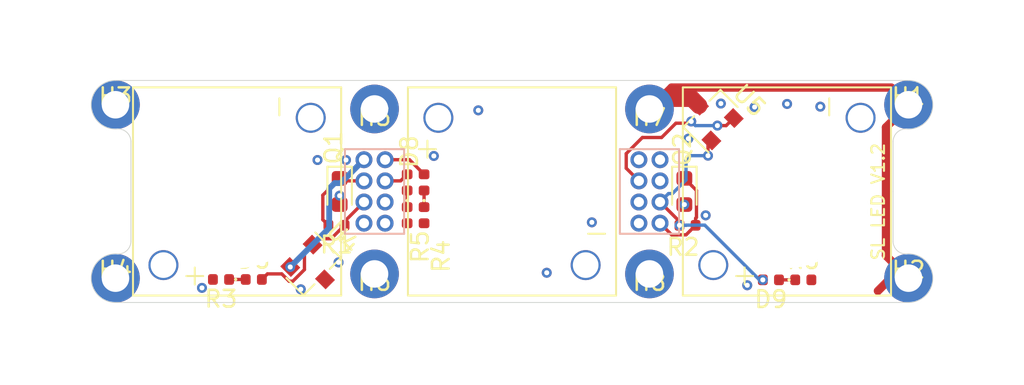
<source format=kicad_pcb>
(kicad_pcb (version 20171130) (host pcbnew "(5.1.4)-1")

  (general
    (thickness 1.6)
    (drawings 15)
    (tracks 109)
    (zones 0)
    (modules 27)
    (nets 17)
  )

  (page A4)
  (layers
    (0 F.Cu signal)
    (31 B.Cu signal)
    (32 B.Adhes user)
    (33 F.Adhes user)
    (34 B.Paste user)
    (35 F.Paste user)
    (36 B.SilkS user)
    (37 F.SilkS user)
    (38 B.Mask user)
    (39 F.Mask user)
    (40 Dwgs.User user)
    (41 Cmts.User user)
    (42 Eco1.User user)
    (43 Eco2.User user)
    (44 Edge.Cuts user)
    (45 Margin user)
    (46 B.CrtYd user)
    (47 F.CrtYd user)
    (48 B.Fab user)
    (49 F.Fab user)
  )

  (setup
    (last_trace_width 0.1524)
    (user_trace_width 0.2)
    (user_trace_width 0.35)
    (user_trace_width 0.5)
    (user_trace_width 0.7)
    (user_trace_width 1)
    (trace_clearance 0.1524)
    (zone_clearance 0.1524)
    (zone_45_only no)
    (trace_min 0.1524)
    (via_size 0.6)
    (via_drill 0.3)
    (via_min_size 0.6)
    (via_min_drill 0.3)
    (uvia_size 0.3)
    (uvia_drill 0.1)
    (uvias_allowed no)
    (uvia_min_size 0.2)
    (uvia_min_drill 0.1)
    (edge_width 0.05)
    (segment_width 0.2)
    (pcb_text_width 0.3)
    (pcb_text_size 1.5 1.5)
    (mod_edge_width 0.12)
    (mod_text_size 1 1)
    (mod_text_width 0.15)
    (pad_size 1.524 1.524)
    (pad_drill 0.762)
    (pad_to_mask_clearance 0.051)
    (solder_mask_min_width 0.25)
    (aux_axis_origin 0 0)
    (visible_elements 7FFFFFFF)
    (pcbplotparams
      (layerselection 0x010fc_ffffffff)
      (usegerberextensions false)
      (usegerberattributes false)
      (usegerberadvancedattributes false)
      (creategerberjobfile false)
      (excludeedgelayer true)
      (linewidth 0.100000)
      (plotframeref false)
      (viasonmask false)
      (mode 1)
      (useauxorigin false)
      (hpglpennumber 1)
      (hpglpenspeed 20)
      (hpglpendiameter 15.000000)
      (psnegative false)
      (psa4output false)
      (plotreference true)
      (plotvalue true)
      (plotinvisibletext false)
      (padsonsilk false)
      (subtractmaskfromsilk false)
      (outputformat 1)
      (mirror false)
      (drillshape 0)
      (scaleselection 1)
      (outputdirectory "SkateLightLEDBoard1.2/"))
  )

  (net 0 "")
  (net 1 LightSense1)
  (net 2 LightSense2)
  (net 3 GND)
  (net 4 3V3_1)
  (net 5 3V3_2)
  (net 6 Temp1)
  (net 7 Temp2)
  (net 8 LED+)
  (net 9 "Net-(D3-Pad1)")
  (net 10 "Net-(D4-Pad1)")
  (net 11 LED_Sign_2)
  (net 12 LED_Sign_1)
  (net 13 "Net-(D6-Pad1)")
  (net 14 "Net-(D7-Pad1)")
  (net 15 "Net-(D8-Pad1)")
  (net 16 "Net-(D9-Pad1)")

  (net_class Default "This is the default net class."
    (clearance 0.1524)
    (trace_width 0.1524)
    (via_dia 0.6)
    (via_drill 0.3)
    (uvia_dia 0.3)
    (uvia_drill 0.1)
    (add_net 3V3_1)
    (add_net 3V3_2)
    (add_net GND)
    (add_net LED+)
    (add_net LED_Sign_1)
    (add_net LED_Sign_2)
    (add_net LightSense1)
    (add_net LightSense2)
    (add_net "Net-(D3-Pad1)")
    (add_net "Net-(D4-Pad1)")
    (add_net "Net-(D6-Pad1)")
    (add_net "Net-(D7-Pad1)")
    (add_net "Net-(D8-Pad1)")
    (add_net "Net-(D9-Pad1)")
    (add_net Temp1)
    (add_net Temp2)
  )

  (module LolomoloKiCADLib:Conn_2x4_0.05in (layer B.Cu) (tedit 5DB23ACC) (tstamp 5DB330C1)
    (at 8.89 -1.905 180)
    (path /5DE8A9BC)
    (fp_text reference J2 (at 0.6604 1.524 180) (layer B.SilkS) hide
      (effects (font (size 1 1) (thickness 0.15)) (justify mirror))
    )
    (fp_text value Conn_02x04_Odd_Even (at 0 0.5 180) (layer B.Fab)
      (effects (font (size 1 1) (thickness 0.15)) (justify mirror))
    )
    (fp_line (start -1.143 -4.445) (end -1.143 0.635) (layer B.SilkS) (width 0.12))
    (fp_line (start 2.413 -4.445) (end -1.143 -4.445) (layer B.SilkS) (width 0.12))
    (fp_line (start 2.413 0.635) (end 2.413 -4.445) (layer B.SilkS) (width 0.12))
    (fp_line (start -1.143 0.635) (end 2.413 0.635) (layer B.SilkS) (width 0.12))
    (pad 8 thru_hole circle (at 1.27 -3.81 180) (size 1.016 1.016) (drill 0.6096) (layers *.Cu *.Mask))
    (pad 7 thru_hole circle (at 0 -3.81 180) (size 1.016 1.016) (drill 0.6096) (layers *.Cu *.Mask)
      (net 2 LightSense2))
    (pad 6 thru_hole circle (at 1.27 -2.54 180) (size 1.016 1.016) (drill 0.6096) (layers *.Cu *.Mask))
    (pad 5 thru_hole circle (at 0 -2.54 180) (size 1.016 1.016) (drill 0.6096) (layers *.Cu *.Mask)
      (net 5 3V3_2))
    (pad 4 thru_hole circle (at 1.27 -1.27 180) (size 1.016 1.016) (drill 0.6096) (layers *.Cu *.Mask)
      (net 7 Temp2))
    (pad 3 thru_hole circle (at 0 -1.27 180) (size 1.016 1.016) (drill 0.6096) (layers *.Cu *.Mask)
      (net 8 LED+))
    (pad 2 thru_hole circle (at 1.27 0 180) (size 1.016 1.016) (drill 0.6096) (layers *.Cu *.Mask)
      (net 8 LED+))
    (pad 1 thru_hole circle (at 0 0 180) (size 1.016 1.016) (drill 0.6096) (layers *.Cu *.Mask)
      (net 8 LED+))
  )

  (module LolomoloKiCADLib:MH_0-80_Screw_Grounded (layer F.Cu) (tedit 5DB23F78) (tstamp 5DB3D970)
    (at 8.255 4.953)
    (path /5DB3FDBA)
    (fp_text reference H8 (at 0 0.5) (layer F.SilkS)
      (effects (font (size 1 1) (thickness 0.15)))
    )
    (fp_text value MountingHole_Pad (at 0 -0.5) (layer F.Fab)
      (effects (font (size 1 1) (thickness 0.15)))
    )
    (pad 1 thru_hole circle (at 0 0) (size 2.921 2.921) (drill 1.651) (layers *.Cu *.Mask))
  )

  (module LolomoloKiCADLib:MH_0-80_Screw_Grounded (layer F.Cu) (tedit 5DB23F78) (tstamp 5DB3D96B)
    (at 8.255 -4.953)
    (path /5DB3FDA0)
    (fp_text reference H7 (at 0 0.5) (layer F.SilkS)
      (effects (font (size 1 1) (thickness 0.15)))
    )
    (fp_text value MountingHole_Pad (at 0 -0.5) (layer F.Fab)
      (effects (font (size 1 1) (thickness 0.15)))
    )
    (pad 1 thru_hole circle (at 0 0) (size 2.921 2.921) (drill 1.651) (layers *.Cu *.Mask)
      (net 3 GND))
  )

  (module LolomoloKiCADLib:MH_0-80_Screw_Grounded (layer F.Cu) (tedit 5DB23F78) (tstamp 5DB3D966)
    (at -8.255 4.953)
    (path /5DB3FDAD)
    (fp_text reference H6 (at 0 0.5) (layer F.SilkS)
      (effects (font (size 1 1) (thickness 0.15)))
    )
    (fp_text value MountingHole_Pad (at 0 -0.5) (layer F.Fab)
      (effects (font (size 1 1) (thickness 0.15)))
    )
    (pad 1 thru_hole circle (at 0 0) (size 2.921 2.921) (drill 1.651) (layers *.Cu *.Mask)
      (net 3 GND))
  )

  (module LolomoloKiCADLib:MH_0-80_Screw_Grounded (layer F.Cu) (tedit 5DB23F78) (tstamp 5DB3D961)
    (at -8.255 -4.953)
    (path /5DB3FD93)
    (fp_text reference H5 (at 0 0.5) (layer F.SilkS)
      (effects (font (size 1 1) (thickness 0.15)))
    )
    (fp_text value MountingHole_Pad (at 0 -0.5) (layer F.Fab)
      (effects (font (size 1 1) (thickness 0.15)))
    )
    (pad 1 thru_hole circle (at 0 0) (size 2.921 2.921) (drill 1.651) (layers *.Cu *.Mask))
  )

  (module LolomoloKiCADLib:Conn_2x4_0.05in (layer B.Cu) (tedit 5DB23ACC) (tstamp 5DB3376C)
    (at -7.62 -1.905 180)
    (path /5DE89DA5)
    (fp_text reference J1 (at 0.6604 1.524) (layer B.SilkS) hide
      (effects (font (size 1 1) (thickness 0.15)) (justify mirror))
    )
    (fp_text value Conn_02x04_Odd_Even (at 0 0.5) (layer B.Fab)
      (effects (font (size 1 1) (thickness 0.15)) (justify mirror))
    )
    (fp_line (start -1.143 -4.445) (end -1.143 0.635) (layer B.SilkS) (width 0.12))
    (fp_line (start 2.413 -4.445) (end -1.143 -4.445) (layer B.SilkS) (width 0.12))
    (fp_line (start 2.413 0.635) (end 2.413 -4.445) (layer B.SilkS) (width 0.12))
    (fp_line (start -1.143 0.635) (end 2.413 0.635) (layer B.SilkS) (width 0.12))
    (pad 8 thru_hole circle (at 1.27 -3.81 180) (size 1.016 1.016) (drill 0.6096) (layers *.Cu *.Mask)
      (net 3 GND))
    (pad 7 thru_hole circle (at 0 -3.81 180) (size 1.016 1.016) (drill 0.6096) (layers *.Cu *.Mask)
      (net 3 GND))
    (pad 6 thru_hole circle (at 1.27 -2.54 180) (size 1.016 1.016) (drill 0.6096) (layers *.Cu *.Mask)
      (net 4 3V3_1))
    (pad 5 thru_hole circle (at 0 -2.54 180) (size 1.016 1.016) (drill 0.6096) (layers *.Cu *.Mask)
      (net 3 GND))
    (pad 4 thru_hole circle (at 1.27 -1.27 180) (size 1.016 1.016) (drill 0.6096) (layers *.Cu *.Mask)
      (net 1 LightSense1))
    (pad 3 thru_hole circle (at 0 -1.27 180) (size 1.016 1.016) (drill 0.6096) (layers *.Cu *.Mask)
      (net 11 LED_Sign_2))
    (pad 2 thru_hole circle (at 1.27 0 180) (size 1.016 1.016) (drill 0.6096) (layers *.Cu *.Mask)
      (net 6 Temp1))
    (pad 1 thru_hole circle (at 0 0 180) (size 1.016 1.016) (drill 0.6096) (layers *.Cu *.Mask)
      (net 12 LED_Sign_1))
  )

  (module LolomoloKiCADLib:MH_0-80_Screw_Grounded (layer F.Cu) (tedit 5DB23F78) (tstamp 5DB33092)
    (at 23.8125 -5.207 180)
    (path /5DEAD1D5)
    (fp_text reference H1 (at 0 0.5) (layer F.SilkS)
      (effects (font (size 1 1) (thickness 0.15)))
    )
    (fp_text value MountingHole_Pad (at 0 -0.5) (layer F.Fab)
      (effects (font (size 1 1) (thickness 0.15)))
    )
    (pad 1 thru_hole circle (at 0 0 180) (size 2.921 2.921) (drill 1.651) (layers *.Cu *.Mask)
      (net 3 GND))
  )

  (module LolomoloKiCADLib:MH_0-80_Screw_Grounded (layer F.Cu) (tedit 5DB23F78) (tstamp 5DB33097)
    (at 23.8125 5.207 180)
    (path /5DEB2AF6)
    (fp_text reference H2 (at 0 0.5) (layer F.SilkS)
      (effects (font (size 1 1) (thickness 0.15)))
    )
    (fp_text value MountingHole_Pad (at 0 -0.5) (layer F.Fab)
      (effects (font (size 1 1) (thickness 0.15)))
    )
    (pad 1 thru_hole circle (at 0 0 180) (size 2.921 2.921) (drill 1.651) (layers *.Cu *.Mask)
      (net 3 GND))
  )

  (module LolomoloKiCADLib:MH_0-80_Screw_Grounded (layer F.Cu) (tedit 5DB23F78) (tstamp 5DB3309C)
    (at -23.8125 -5.207 180)
    (path /5DEB13FB)
    (fp_text reference H3 (at 0 0.5) (layer F.SilkS)
      (effects (font (size 1 1) (thickness 0.15)))
    )
    (fp_text value MountingHole_Pad (at 0 -0.5) (layer F.Fab)
      (effects (font (size 1 1) (thickness 0.15)))
    )
    (pad 1 thru_hole circle (at 0 0 180) (size 2.921 2.921) (drill 1.651) (layers *.Cu *.Mask)
      (net 3 GND))
  )

  (module LolomoloKiCADLib:MH_0-80_Screw_Grounded (layer F.Cu) (tedit 5DB23F78) (tstamp 5DB330A1)
    (at -23.8125 5.207 180)
    (path /5DEB431C)
    (fp_text reference H4 (at 0 0.5) (layer F.SilkS)
      (effects (font (size 1 1) (thickness 0.15)))
    )
    (fp_text value MountingHole_Pad (at 0 -0.5) (layer F.Fab)
      (effects (font (size 1 1) (thickness 0.15)))
    )
    (pad 1 thru_hole circle (at 0 0 180) (size 2.921 2.921) (drill 1.651) (layers *.Cu *.Mask)
      (net 3 GND))
  )

  (module Package_TO_SOT_SMD:SOT-23 (layer F.Cu) (tedit 5A02FF57) (tstamp 5DCE7B2B)
    (at -11.938 4.572 315)
    (descr "SOT-23, Standard")
    (tags SOT-23)
    (path /5DCE3E90)
    (attr smd)
    (fp_text reference U4 (at 0 -2.5 135) (layer F.SilkS)
      (effects (font (size 1 1) (thickness 0.15)))
    )
    (fp_text value MCP9700AT-E_TT (at 0 2.5 135) (layer F.Fab)
      (effects (font (size 1 1) (thickness 0.15)))
    )
    (fp_line (start 0.76 1.58) (end -0.7 1.58) (layer F.SilkS) (width 0.12))
    (fp_line (start 0.76 -1.58) (end -1.4 -1.58) (layer F.SilkS) (width 0.12))
    (fp_line (start -1.7 1.75) (end -1.7 -1.75) (layer F.CrtYd) (width 0.05))
    (fp_line (start 1.7 1.75) (end -1.7 1.75) (layer F.CrtYd) (width 0.05))
    (fp_line (start 1.7 -1.75) (end 1.7 1.75) (layer F.CrtYd) (width 0.05))
    (fp_line (start -1.7 -1.75) (end 1.7 -1.75) (layer F.CrtYd) (width 0.05))
    (fp_line (start 0.76 -1.58) (end 0.76 -0.65) (layer F.SilkS) (width 0.12))
    (fp_line (start 0.76 1.58) (end 0.76 0.65) (layer F.SilkS) (width 0.12))
    (fp_line (start -0.7 1.52) (end 0.7 1.52) (layer F.Fab) (width 0.1))
    (fp_line (start 0.7 -1.52) (end 0.7 1.52) (layer F.Fab) (width 0.1))
    (fp_line (start -0.7 -0.95) (end -0.15 -1.52) (layer F.Fab) (width 0.1))
    (fp_line (start -0.15 -1.52) (end 0.7 -1.52) (layer F.Fab) (width 0.1))
    (fp_line (start -0.7 -0.95) (end -0.7 1.5) (layer F.Fab) (width 0.1))
    (fp_text user %R (at 0 0 45) (layer F.Fab)
      (effects (font (size 0.5 0.5) (thickness 0.075)))
    )
    (pad 3 smd rect (at 1 0 315) (size 0.9 0.8) (layers F.Cu F.Paste F.Mask)
      (net 3 GND))
    (pad 2 smd rect (at -1 0.95 315) (size 0.9 0.8) (layers F.Cu F.Paste F.Mask)
      (net 6 Temp1))
    (pad 1 smd rect (at -1 -0.95 315) (size 0.9 0.8) (layers F.Cu F.Paste F.Mask)
      (net 4 3V3_1))
    (model ${KISYS3DMOD}/Package_TO_SOT_SMD.3dshapes/SOT-23.wrl
      (at (xyz 0 0 0))
      (scale (xyz 1 1 1))
      (rotate (xyz 0 0 0))
    )
  )

  (module Package_TO_SOT_SMD:SOT-23 (layer F.Cu) (tedit 5A02FF57) (tstamp 5E006F93)
    (at 11.938 -4.445 135)
    (descr "SOT-23, Standard")
    (tags SOT-23)
    (path /5DCE44AB)
    (attr smd)
    (fp_text reference U5 (at -0.924966 2.361807 135) (layer F.SilkS)
      (effects (font (size 1 1) (thickness 0.15)))
    )
    (fp_text value MCP9700AT-E_TT (at 0 2.5 135) (layer F.Fab)
      (effects (font (size 1 1) (thickness 0.15)))
    )
    (fp_line (start 0.76 1.58) (end -0.7 1.58) (layer F.SilkS) (width 0.12))
    (fp_line (start 0.76 -1.58) (end -1.4 -1.58) (layer F.SilkS) (width 0.12))
    (fp_line (start -1.7 1.75) (end -1.7 -1.75) (layer F.CrtYd) (width 0.05))
    (fp_line (start 1.7 1.75) (end -1.7 1.75) (layer F.CrtYd) (width 0.05))
    (fp_line (start 1.7 -1.75) (end 1.7 1.75) (layer F.CrtYd) (width 0.05))
    (fp_line (start -1.7 -1.75) (end 1.7 -1.75) (layer F.CrtYd) (width 0.05))
    (fp_line (start 0.76 -1.58) (end 0.76 -0.65) (layer F.SilkS) (width 0.12))
    (fp_line (start 0.76 1.58) (end 0.76 0.65) (layer F.SilkS) (width 0.12))
    (fp_line (start -0.7 1.52) (end 0.7 1.52) (layer F.Fab) (width 0.1))
    (fp_line (start 0.7 -1.52) (end 0.7 1.52) (layer F.Fab) (width 0.1))
    (fp_line (start -0.7 -0.95) (end -0.15 -1.52) (layer F.Fab) (width 0.1))
    (fp_line (start -0.15 -1.52) (end 0.7 -1.52) (layer F.Fab) (width 0.1))
    (fp_line (start -0.7 -0.95) (end -0.7 1.5) (layer F.Fab) (width 0.1))
    (fp_text user %R (at 0 0 45) (layer F.Fab)
      (effects (font (size 0.5 0.5) (thickness 0.075)))
    )
    (pad 3 smd rect (at 1 0 135) (size 0.9 0.8) (layers F.Cu F.Paste F.Mask)
      (net 3 GND))
    (pad 2 smd rect (at -1 0.95 135) (size 0.9 0.8) (layers F.Cu F.Paste F.Mask)
      (net 7 Temp2))
    (pad 1 smd rect (at -1 -0.95 135) (size 0.9 0.8) (layers F.Cu F.Paste F.Mask)
      (net 5 3V3_2))
    (model ${KISYS3DMOD}/Package_TO_SOT_SMD.3dshapes/SOT-23.wrl
      (at (xyz 0 0 0))
      (scale (xyz 1 1 1))
      (rotate (xyz 0 0 0))
    )
  )

  (module LolomoloKiCADLib:BXRE-40E0800-D-73 (layer F.Cu) (tedit 5E006F58) (tstamp 5DCE854B)
    (at 16.51 0 90)
    (path /5DCF6E75)
    (fp_text reference D3 (at 0 0.5 90) (layer F.SilkS)
      (effects (font (size 1 1) (thickness 0.15)))
    )
    (fp_text value LED (at 0 -0.5 90) (layer F.Fab)
      (effects (font (size 1 1) (thickness 0.15)))
    )
    (fp_line (start 4.572 2.54) (end 5.588 2.54) (layer F.SilkS) (width 0.12))
    (fp_line (start -5.588 -2.54) (end -4.572 -2.54) (layer F.SilkS) (width 0.12))
    (fp_line (start -5.08 -3.048) (end -5.08 -2.032) (layer F.SilkS) (width 0.12))
    (fp_line (start 6.25 -6.25) (end 6.25 6.25) (layer F.SilkS) (width 0.12))
    (fp_line (start 6.25 6.25) (end -6.25 6.25) (layer F.SilkS) (width 0.12))
    (fp_line (start -6.25 6.25) (end -6.25 -6.25) (layer F.SilkS) (width 0.12))
    (fp_line (start -6.25 -6.25) (end 6.25 -6.25) (layer F.SilkS) (width 0.12))
    (pad "" np_thru_hole circle (at 0 0 90) (size 9.2 9.2) (drill 9.2) (layers *.Cu *.Mask))
    (pad 2 thru_hole circle (at 4.423 4.423 270) (size 1.8 1.8) (drill 1.54) (layers *.Cu *.Mask)
      (net 8 LED+))
    (pad 1 thru_hole circle (at -4.423 -4.423 90) (size 1.8 1.8) (drill 1.54) (layers *.Cu *.Mask)
      (net 9 "Net-(D3-Pad1)"))
  )

  (module LolomoloKiCADLib:BXRE-40E0800-D-73 (layer F.Cu) (tedit 5E006F58) (tstamp 5DCE855C)
    (at 0 0)
    (path /5DCF77FC)
    (fp_text reference D4 (at 0 0.5) (layer F.SilkS)
      (effects (font (size 1 1) (thickness 0.15)))
    )
    (fp_text value LED (at 0 -0.5) (layer F.Fab)
      (effects (font (size 1 1) (thickness 0.15)))
    )
    (fp_line (start 4.572 2.54) (end 5.588 2.54) (layer F.SilkS) (width 0.12))
    (fp_line (start -5.588 -2.54) (end -4.572 -2.54) (layer F.SilkS) (width 0.12))
    (fp_line (start -5.08 -3.048) (end -5.08 -2.032) (layer F.SilkS) (width 0.12))
    (fp_line (start 6.25 -6.25) (end 6.25 6.25) (layer F.SilkS) (width 0.12))
    (fp_line (start 6.25 6.25) (end -6.25 6.25) (layer F.SilkS) (width 0.12))
    (fp_line (start -6.25 6.25) (end -6.25 -6.25) (layer F.SilkS) (width 0.12))
    (fp_line (start -6.25 -6.25) (end 6.25 -6.25) (layer F.SilkS) (width 0.12))
    (pad "" np_thru_hole circle (at 0 0) (size 9.2 9.2) (drill 9.2) (layers *.Cu *.Mask))
    (pad 2 thru_hole circle (at 4.423 4.423 180) (size 1.8 1.8) (drill 1.54) (layers *.Cu *.Mask)
      (net 9 "Net-(D3-Pad1)"))
    (pad 1 thru_hole circle (at -4.423 -4.423) (size 1.8 1.8) (drill 1.54) (layers *.Cu *.Mask)
      (net 10 "Net-(D4-Pad1)"))
  )

  (module LolomoloKiCADLib:BXRE-40E0800-D-73 (layer F.Cu) (tedit 5E006F58) (tstamp 5DCE856D)
    (at -16.51 0 90)
    (path /5DCF7D26)
    (fp_text reference D5 (at 0 0.5 90) (layer F.SilkS)
      (effects (font (size 1 1) (thickness 0.15)))
    )
    (fp_text value LED (at 0 -0.5 90) (layer F.Fab)
      (effects (font (size 1 1) (thickness 0.15)))
    )
    (fp_line (start 4.572 2.54) (end 5.588 2.54) (layer F.SilkS) (width 0.12))
    (fp_line (start -5.588 -2.54) (end -4.572 -2.54) (layer F.SilkS) (width 0.12))
    (fp_line (start -5.08 -3.048) (end -5.08 -2.032) (layer F.SilkS) (width 0.12))
    (fp_line (start 6.25 -6.25) (end 6.25 6.25) (layer F.SilkS) (width 0.12))
    (fp_line (start 6.25 6.25) (end -6.25 6.25) (layer F.SilkS) (width 0.12))
    (fp_line (start -6.25 6.25) (end -6.25 -6.25) (layer F.SilkS) (width 0.12))
    (fp_line (start -6.25 -6.25) (end 6.25 -6.25) (layer F.SilkS) (width 0.12))
    (pad "" np_thru_hole circle (at 0 0 90) (size 9.2 9.2) (drill 9.2) (layers *.Cu *.Mask))
    (pad 2 thru_hole circle (at 4.423 4.423 270) (size 1.8 1.8) (drill 1.54) (layers *.Cu *.Mask)
      (net 10 "Net-(D4-Pad1)"))
    (pad 1 thru_hole circle (at -4.423 -4.423 90) (size 1.8 1.8) (drill 1.54) (layers *.Cu *.Mask)
      (net 3 GND))
  )

  (module Diode_SMD:D_0402_1005Metric (layer F.Cu) (tedit 5B301BBE) (tstamp 5E013A3F)
    (at -15.5067 5.28574)
    (descr "Diode SMD 0402 (1005 Metric), square (rectangular) end terminal, IPC_7351 nominal, (Body size source: http://www.tortai-tech.com/upload/download/2011102023233369053.pdf), generated with kicad-footprint-generator")
    (tags diode)
    (path /5E075C5B)
    (attr smd)
    (fp_text reference D6 (at 0 -1.17) (layer F.SilkS)
      (effects (font (size 1 1) (thickness 0.15)))
    )
    (fp_text value LEDO (at 0 1.17) (layer F.Fab)
      (effects (font (size 1 1) (thickness 0.15)))
    )
    (fp_circle (center -1.09 0) (end -1.04 0) (layer F.SilkS) (width 0.1))
    (fp_line (start -0.5 0.25) (end -0.5 -0.25) (layer F.Fab) (width 0.1))
    (fp_line (start -0.5 -0.25) (end 0.5 -0.25) (layer F.Fab) (width 0.1))
    (fp_line (start 0.5 -0.25) (end 0.5 0.25) (layer F.Fab) (width 0.1))
    (fp_line (start 0.5 0.25) (end -0.5 0.25) (layer F.Fab) (width 0.1))
    (fp_line (start -0.4 0.25) (end -0.4 -0.25) (layer F.Fab) (width 0.1))
    (fp_line (start -0.3 0.25) (end -0.3 -0.25) (layer F.Fab) (width 0.1))
    (fp_line (start -0.93 0.47) (end -0.93 -0.47) (layer F.CrtYd) (width 0.05))
    (fp_line (start -0.93 -0.47) (end 0.93 -0.47) (layer F.CrtYd) (width 0.05))
    (fp_line (start 0.93 -0.47) (end 0.93 0.47) (layer F.CrtYd) (width 0.05))
    (fp_line (start 0.93 0.47) (end -0.93 0.47) (layer F.CrtYd) (width 0.05))
    (fp_text user %R (at 0 0) (layer F.Fab)
      (effects (font (size 0.25 0.25) (thickness 0.04)))
    )
    (pad 1 smd roundrect (at -0.485 0) (size 0.59 0.64) (layers F.Cu F.Paste F.Mask) (roundrect_rratio 0.25)
      (net 13 "Net-(D6-Pad1)"))
    (pad 2 smd roundrect (at 0.485 0) (size 0.59 0.64) (layers F.Cu F.Paste F.Mask) (roundrect_rratio 0.25)
      (net 4 3V3_1))
    (model ${KISYS3DMOD}/Diode_SMD.3dshapes/D_0402_1005Metric.wrl
      (at (xyz 0 0 0))
      (scale (xyz 1 1 1))
      (rotate (xyz 0 0 0))
    )
  )

  (module Diode_SMD:D_0402_1005Metric (layer F.Cu) (tedit 5B301BBE) (tstamp 5E013A51)
    (at -5.28066 -0.54356 90)
    (descr "Diode SMD 0402 (1005 Metric), square (rectangular) end terminal, IPC_7351 nominal, (Body size source: http://www.tortai-tech.com/upload/download/2011102023233369053.pdf), generated with kicad-footprint-generator")
    (tags diode)
    (path /5E06AE24)
    (attr smd)
    (fp_text reference D7 (at 1.74752 -0.39116 90) (layer F.SilkS) hide
      (effects (font (size 1 1) (thickness 0.15)))
    )
    (fp_text value LEDR (at 0 1.17 90) (layer F.Fab)
      (effects (font (size 1 1) (thickness 0.15)))
    )
    (fp_circle (center -1.09 0) (end -1.04 0) (layer F.SilkS) (width 0.1))
    (fp_line (start -0.5 0.25) (end -0.5 -0.25) (layer F.Fab) (width 0.1))
    (fp_line (start -0.5 -0.25) (end 0.5 -0.25) (layer F.Fab) (width 0.1))
    (fp_line (start 0.5 -0.25) (end 0.5 0.25) (layer F.Fab) (width 0.1))
    (fp_line (start 0.5 0.25) (end -0.5 0.25) (layer F.Fab) (width 0.1))
    (fp_line (start -0.4 0.25) (end -0.4 -0.25) (layer F.Fab) (width 0.1))
    (fp_line (start -0.3 0.25) (end -0.3 -0.25) (layer F.Fab) (width 0.1))
    (fp_line (start -0.93 0.47) (end -0.93 -0.47) (layer F.CrtYd) (width 0.05))
    (fp_line (start -0.93 -0.47) (end 0.93 -0.47) (layer F.CrtYd) (width 0.05))
    (fp_line (start 0.93 -0.47) (end 0.93 0.47) (layer F.CrtYd) (width 0.05))
    (fp_line (start 0.93 0.47) (end -0.93 0.47) (layer F.CrtYd) (width 0.05))
    (fp_text user %R (at 0 0 90) (layer F.Fab)
      (effects (font (size 0.25 0.25) (thickness 0.04)))
    )
    (pad 1 smd roundrect (at -0.485 0 90) (size 0.59 0.64) (layers F.Cu F.Paste F.Mask) (roundrect_rratio 0.25)
      (net 14 "Net-(D7-Pad1)"))
    (pad 2 smd roundrect (at 0.485 0 90) (size 0.59 0.64) (layers F.Cu F.Paste F.Mask) (roundrect_rratio 0.25)
      (net 12 LED_Sign_1))
    (model ${KISYS3DMOD}/Diode_SMD.3dshapes/D_0402_1005Metric.wrl
      (at (xyz 0 0 0))
      (scale (xyz 1 1 1))
      (rotate (xyz 0 0 0))
    )
  )

  (module Diode_SMD:D_0402_1005Metric (layer F.Cu) (tedit 5B301BBE) (tstamp 5E013A63)
    (at -6.29666 -0.54356 90)
    (descr "Diode SMD 0402 (1005 Metric), square (rectangular) end terminal, IPC_7351 nominal, (Body size source: http://www.tortai-tech.com/upload/download/2011102023233369053.pdf), generated with kicad-footprint-generator")
    (tags diode)
    (path /5E070808)
    (attr smd)
    (fp_text reference D8 (at 1.84658 0.12954 90) (layer F.SilkS)
      (effects (font (size 1 1) (thickness 0.15)))
    )
    (fp_text value LEDG (at 0 1.17 90) (layer F.Fab)
      (effects (font (size 1 1) (thickness 0.15)))
    )
    (fp_text user %R (at 0 0 90) (layer F.Fab)
      (effects (font (size 0.25 0.25) (thickness 0.04)))
    )
    (fp_line (start 0.93 0.47) (end -0.93 0.47) (layer F.CrtYd) (width 0.05))
    (fp_line (start 0.93 -0.47) (end 0.93 0.47) (layer F.CrtYd) (width 0.05))
    (fp_line (start -0.93 -0.47) (end 0.93 -0.47) (layer F.CrtYd) (width 0.05))
    (fp_line (start -0.93 0.47) (end -0.93 -0.47) (layer F.CrtYd) (width 0.05))
    (fp_line (start -0.3 0.25) (end -0.3 -0.25) (layer F.Fab) (width 0.1))
    (fp_line (start -0.4 0.25) (end -0.4 -0.25) (layer F.Fab) (width 0.1))
    (fp_line (start 0.5 0.25) (end -0.5 0.25) (layer F.Fab) (width 0.1))
    (fp_line (start 0.5 -0.25) (end 0.5 0.25) (layer F.Fab) (width 0.1))
    (fp_line (start -0.5 -0.25) (end 0.5 -0.25) (layer F.Fab) (width 0.1))
    (fp_line (start -0.5 0.25) (end -0.5 -0.25) (layer F.Fab) (width 0.1))
    (fp_circle (center -1.09 0) (end -1.04 0) (layer F.SilkS) (width 0.1))
    (pad 2 smd roundrect (at 0.485 0 90) (size 0.59 0.64) (layers F.Cu F.Paste F.Mask) (roundrect_rratio 0.25)
      (net 11 LED_Sign_2))
    (pad 1 smd roundrect (at -0.485 0 90) (size 0.59 0.64) (layers F.Cu F.Paste F.Mask) (roundrect_rratio 0.25)
      (net 15 "Net-(D8-Pad1)"))
    (model ${KISYS3DMOD}/Diode_SMD.3dshapes/D_0402_1005Metric.wrl
      (at (xyz 0 0 0))
      (scale (xyz 1 1 1))
      (rotate (xyz 0 0 0))
    )
  )

  (module Diode_SMD:D_0402_1005Metric (layer F.Cu) (tedit 5B301BBE) (tstamp 5E013A75)
    (at 15.54748 5.3086 180)
    (descr "Diode SMD 0402 (1005 Metric), square (rectangular) end terminal, IPC_7351 nominal, (Body size source: http://www.tortai-tech.com/upload/download/2011102023233369053.pdf), generated with kicad-footprint-generator")
    (tags diode)
    (path /5E07D9DC)
    (attr smd)
    (fp_text reference D9 (at 0 -1.17) (layer F.SilkS)
      (effects (font (size 1 1) (thickness 0.15)))
    )
    (fp_text value LEDO (at 0 1.17) (layer F.Fab)
      (effects (font (size 1 1) (thickness 0.15)))
    )
    (fp_text user %R (at 0 0) (layer F.Fab)
      (effects (font (size 0.25 0.25) (thickness 0.04)))
    )
    (fp_line (start 0.93 0.47) (end -0.93 0.47) (layer F.CrtYd) (width 0.05))
    (fp_line (start 0.93 -0.47) (end 0.93 0.47) (layer F.CrtYd) (width 0.05))
    (fp_line (start -0.93 -0.47) (end 0.93 -0.47) (layer F.CrtYd) (width 0.05))
    (fp_line (start -0.93 0.47) (end -0.93 -0.47) (layer F.CrtYd) (width 0.05))
    (fp_line (start -0.3 0.25) (end -0.3 -0.25) (layer F.Fab) (width 0.1))
    (fp_line (start -0.4 0.25) (end -0.4 -0.25) (layer F.Fab) (width 0.1))
    (fp_line (start 0.5 0.25) (end -0.5 0.25) (layer F.Fab) (width 0.1))
    (fp_line (start 0.5 -0.25) (end 0.5 0.25) (layer F.Fab) (width 0.1))
    (fp_line (start -0.5 -0.25) (end 0.5 -0.25) (layer F.Fab) (width 0.1))
    (fp_line (start -0.5 0.25) (end -0.5 -0.25) (layer F.Fab) (width 0.1))
    (fp_circle (center -1.09 0) (end -1.04 0) (layer F.SilkS) (width 0.1))
    (pad 2 smd roundrect (at 0.485 0 180) (size 0.59 0.64) (layers F.Cu F.Paste F.Mask) (roundrect_rratio 0.25)
      (net 5 3V3_2))
    (pad 1 smd roundrect (at -0.485 0 180) (size 0.59 0.64) (layers F.Cu F.Paste F.Mask) (roundrect_rratio 0.25)
      (net 16 "Net-(D9-Pad1)"))
    (model ${KISYS3DMOD}/Diode_SMD.3dshapes/D_0402_1005Metric.wrl
      (at (xyz 0 0 0))
      (scale (xyz 1 1 1))
      (rotate (xyz 0 0 0))
    )
  )

  (module Diode_SMD:D_0603_1608Metric (layer F.Cu) (tedit 5B301BBE) (tstamp 5E013A88)
    (at -10.3505 0 270)
    (descr "Diode SMD 0603 (1608 Metric), square (rectangular) end terminal, IPC_7351 nominal, (Body size source: http://www.tortai-tech.com/upload/download/2011102023233369053.pdf), generated with kicad-footprint-generator")
    (tags diode)
    (path /5E08ED74)
    (attr smd)
    (fp_text reference Q1 (at -2.63398 0.37084 90) (layer F.SilkS)
      (effects (font (size 1 1) (thickness 0.15)))
    )
    (fp_text value Q_Photo_NPN (at 0 1.43 90) (layer F.Fab)
      (effects (font (size 1 1) (thickness 0.15)))
    )
    (fp_text user %R (at 0 0 90) (layer F.Fab)
      (effects (font (size 0.4 0.4) (thickness 0.06)))
    )
    (fp_line (start 1.48 0.73) (end -1.48 0.73) (layer F.CrtYd) (width 0.05))
    (fp_line (start 1.48 -0.73) (end 1.48 0.73) (layer F.CrtYd) (width 0.05))
    (fp_line (start -1.48 -0.73) (end 1.48 -0.73) (layer F.CrtYd) (width 0.05))
    (fp_line (start -1.48 0.73) (end -1.48 -0.73) (layer F.CrtYd) (width 0.05))
    (fp_line (start -1.485 0.735) (end 0.8 0.735) (layer F.SilkS) (width 0.12))
    (fp_line (start -1.485 -0.735) (end -1.485 0.735) (layer F.SilkS) (width 0.12))
    (fp_line (start 0.8 -0.735) (end -1.485 -0.735) (layer F.SilkS) (width 0.12))
    (fp_line (start 0.8 0.4) (end 0.8 -0.4) (layer F.Fab) (width 0.1))
    (fp_line (start -0.8 0.4) (end 0.8 0.4) (layer F.Fab) (width 0.1))
    (fp_line (start -0.8 -0.1) (end -0.8 0.4) (layer F.Fab) (width 0.1))
    (fp_line (start -0.5 -0.4) (end -0.8 -0.1) (layer F.Fab) (width 0.1))
    (fp_line (start 0.8 -0.4) (end -0.5 -0.4) (layer F.Fab) (width 0.1))
    (pad 2 smd roundrect (at 0.7875 0 270) (size 0.875 0.95) (layers F.Cu F.Paste F.Mask) (roundrect_rratio 0.25)
      (net 3 GND))
    (pad 1 smd roundrect (at -0.7875 0 270) (size 0.875 0.95) (layers F.Cu F.Paste F.Mask) (roundrect_rratio 0.25)
      (net 1 LightSense1))
    (model ${KISYS3DMOD}/Diode_SMD.3dshapes/D_0603_1608Metric.wrl
      (at (xyz 0 0 0))
      (scale (xyz 1 1 1))
      (rotate (xyz 0 0 0))
    )
  )

  (module Diode_SMD:D_0603_1608Metric (layer F.Cu) (tedit 5B301BBE) (tstamp 5E013A9B)
    (at 10.3505 0 270)
    (descr "Diode SMD 0603 (1608 Metric), square (rectangular) end terminal, IPC_7351 nominal, (Body size source: http://www.tortai-tech.com/upload/download/2011102023233369053.pdf), generated with kicad-footprint-generator")
    (tags diode)
    (path /5E086019)
    (attr smd)
    (fp_text reference Q2 (at -2.52222 0.12954 90) (layer F.SilkS)
      (effects (font (size 1 1) (thickness 0.15)))
    )
    (fp_text value Q_Photo_NPN (at 0 1.43 90) (layer F.Fab)
      (effects (font (size 1 1) (thickness 0.15)))
    )
    (fp_line (start 0.8 -0.4) (end -0.5 -0.4) (layer F.Fab) (width 0.1))
    (fp_line (start -0.5 -0.4) (end -0.8 -0.1) (layer F.Fab) (width 0.1))
    (fp_line (start -0.8 -0.1) (end -0.8 0.4) (layer F.Fab) (width 0.1))
    (fp_line (start -0.8 0.4) (end 0.8 0.4) (layer F.Fab) (width 0.1))
    (fp_line (start 0.8 0.4) (end 0.8 -0.4) (layer F.Fab) (width 0.1))
    (fp_line (start 0.8 -0.735) (end -1.485 -0.735) (layer F.SilkS) (width 0.12))
    (fp_line (start -1.485 -0.735) (end -1.485 0.735) (layer F.SilkS) (width 0.12))
    (fp_line (start -1.485 0.735) (end 0.8 0.735) (layer F.SilkS) (width 0.12))
    (fp_line (start -1.48 0.73) (end -1.48 -0.73) (layer F.CrtYd) (width 0.05))
    (fp_line (start -1.48 -0.73) (end 1.48 -0.73) (layer F.CrtYd) (width 0.05))
    (fp_line (start 1.48 -0.73) (end 1.48 0.73) (layer F.CrtYd) (width 0.05))
    (fp_line (start 1.48 0.73) (end -1.48 0.73) (layer F.CrtYd) (width 0.05))
    (fp_text user %R (at 0 0 90) (layer F.Fab)
      (effects (font (size 0.4 0.4) (thickness 0.06)))
    )
    (pad 1 smd roundrect (at -0.7875 0 270) (size 0.875 0.95) (layers F.Cu F.Paste F.Mask) (roundrect_rratio 0.25)
      (net 2 LightSense2))
    (pad 2 smd roundrect (at 0.7875 0 270) (size 0.875 0.95) (layers F.Cu F.Paste F.Mask) (roundrect_rratio 0.25)
      (net 3 GND))
    (model ${KISYS3DMOD}/Diode_SMD.3dshapes/D_0603_1608Metric.wrl
      (at (xyz 0 0 0))
      (scale (xyz 1 1 1))
      (rotate (xyz 0 0 0))
    )
  )

  (module Resistor_SMD:R_0402_1005Metric (layer F.Cu) (tedit 5B301BBD) (tstamp 5E013A9C)
    (at -10.541 2.032 180)
    (descr "Resistor SMD 0402 (1005 Metric), square (rectangular) end terminal, IPC_7351 nominal, (Body size source: http://www.tortai-tech.com/upload/download/2011102023233369053.pdf), generated with kicad-footprint-generator")
    (tags resistor)
    (path /5DE8211B)
    (attr smd)
    (fp_text reference R1 (at 0 -1.17) (layer F.SilkS)
      (effects (font (size 1 1) (thickness 0.15)))
    )
    (fp_text value R (at 0 1.17) (layer F.Fab)
      (effects (font (size 1 1) (thickness 0.15)))
    )
    (fp_text user %R (at 0 0) (layer F.Fab)
      (effects (font (size 0.25 0.25) (thickness 0.04)))
    )
    (fp_line (start 0.93 0.47) (end -0.93 0.47) (layer F.CrtYd) (width 0.05))
    (fp_line (start 0.93 -0.47) (end 0.93 0.47) (layer F.CrtYd) (width 0.05))
    (fp_line (start -0.93 -0.47) (end 0.93 -0.47) (layer F.CrtYd) (width 0.05))
    (fp_line (start -0.93 0.47) (end -0.93 -0.47) (layer F.CrtYd) (width 0.05))
    (fp_line (start 0.5 0.25) (end -0.5 0.25) (layer F.Fab) (width 0.1))
    (fp_line (start 0.5 -0.25) (end 0.5 0.25) (layer F.Fab) (width 0.1))
    (fp_line (start -0.5 -0.25) (end 0.5 -0.25) (layer F.Fab) (width 0.1))
    (fp_line (start -0.5 0.25) (end -0.5 -0.25) (layer F.Fab) (width 0.1))
    (pad 2 smd roundrect (at 0.485 0 180) (size 0.59 0.64) (layers F.Cu F.Paste F.Mask) (roundrect_rratio 0.25)
      (net 1 LightSense1))
    (pad 1 smd roundrect (at -0.485 0 180) (size 0.59 0.64) (layers F.Cu F.Paste F.Mask) (roundrect_rratio 0.25)
      (net 4 3V3_1))
    (model ${KISYS3DMOD}/Resistor_SMD.3dshapes/R_0402_1005Metric.wrl
      (at (xyz 0 0 0))
      (scale (xyz 1 1 1))
      (rotate (xyz 0 0 0))
    )
  )

  (module Resistor_SMD:R_0402_1005Metric (layer F.Cu) (tedit 5B301BBD) (tstamp 5E013AAA)
    (at 10.541 2.032)
    (descr "Resistor SMD 0402 (1005 Metric), square (rectangular) end terminal, IPC_7351 nominal, (Body size source: http://www.tortai-tech.com/upload/download/2011102023233369053.pdf), generated with kicad-footprint-generator")
    (tags resistor)
    (path /5DE8D404)
    (attr smd)
    (fp_text reference R2 (at -0.26416 1.3081) (layer F.SilkS)
      (effects (font (size 1 1) (thickness 0.15)))
    )
    (fp_text value R (at 0 1.17) (layer F.Fab)
      (effects (font (size 1 1) (thickness 0.15)))
    )
    (fp_line (start -0.5 0.25) (end -0.5 -0.25) (layer F.Fab) (width 0.1))
    (fp_line (start -0.5 -0.25) (end 0.5 -0.25) (layer F.Fab) (width 0.1))
    (fp_line (start 0.5 -0.25) (end 0.5 0.25) (layer F.Fab) (width 0.1))
    (fp_line (start 0.5 0.25) (end -0.5 0.25) (layer F.Fab) (width 0.1))
    (fp_line (start -0.93 0.47) (end -0.93 -0.47) (layer F.CrtYd) (width 0.05))
    (fp_line (start -0.93 -0.47) (end 0.93 -0.47) (layer F.CrtYd) (width 0.05))
    (fp_line (start 0.93 -0.47) (end 0.93 0.47) (layer F.CrtYd) (width 0.05))
    (fp_line (start 0.93 0.47) (end -0.93 0.47) (layer F.CrtYd) (width 0.05))
    (fp_text user %R (at 0 0) (layer F.Fab)
      (effects (font (size 0.25 0.25) (thickness 0.04)))
    )
    (pad 1 smd roundrect (at -0.485 0) (size 0.59 0.64) (layers F.Cu F.Paste F.Mask) (roundrect_rratio 0.25)
      (net 5 3V3_2))
    (pad 2 smd roundrect (at 0.485 0) (size 0.59 0.64) (layers F.Cu F.Paste F.Mask) (roundrect_rratio 0.25)
      (net 2 LightSense2))
    (model ${KISYS3DMOD}/Resistor_SMD.3dshapes/R_0402_1005Metric.wrl
      (at (xyz 0 0 0))
      (scale (xyz 1 1 1))
      (rotate (xyz 0 0 0))
    )
  )

  (module Resistor_SMD:R_0402_1005Metric (layer F.Cu) (tedit 5B301BBD) (tstamp 5E013AC6)
    (at -17.4752 5.28574 180)
    (descr "Resistor SMD 0402 (1005 Metric), square (rectangular) end terminal, IPC_7351 nominal, (Body size source: http://www.tortai-tech.com/upload/download/2011102023233369053.pdf), generated with kicad-footprint-generator")
    (tags resistor)
    (path /5E078F5B)
    (attr smd)
    (fp_text reference R3 (at 0 -1.17) (layer F.SilkS)
      (effects (font (size 1 1) (thickness 0.15)))
    )
    (fp_text value 2k7 (at 0 1.17) (layer F.Fab)
      (effects (font (size 1 1) (thickness 0.15)))
    )
    (fp_text user %R (at 0 0) (layer F.Fab)
      (effects (font (size 0.25 0.25) (thickness 0.04)))
    )
    (fp_line (start 0.93 0.47) (end -0.93 0.47) (layer F.CrtYd) (width 0.05))
    (fp_line (start 0.93 -0.47) (end 0.93 0.47) (layer F.CrtYd) (width 0.05))
    (fp_line (start -0.93 -0.47) (end 0.93 -0.47) (layer F.CrtYd) (width 0.05))
    (fp_line (start -0.93 0.47) (end -0.93 -0.47) (layer F.CrtYd) (width 0.05))
    (fp_line (start 0.5 0.25) (end -0.5 0.25) (layer F.Fab) (width 0.1))
    (fp_line (start 0.5 -0.25) (end 0.5 0.25) (layer F.Fab) (width 0.1))
    (fp_line (start -0.5 -0.25) (end 0.5 -0.25) (layer F.Fab) (width 0.1))
    (fp_line (start -0.5 0.25) (end -0.5 -0.25) (layer F.Fab) (width 0.1))
    (pad 2 smd roundrect (at 0.485 0 180) (size 0.59 0.64) (layers F.Cu F.Paste F.Mask) (roundrect_rratio 0.25)
      (net 3 GND))
    (pad 1 smd roundrect (at -0.485 0 180) (size 0.59 0.64) (layers F.Cu F.Paste F.Mask) (roundrect_rratio 0.25)
      (net 13 "Net-(D6-Pad1)"))
    (model ${KISYS3DMOD}/Resistor_SMD.3dshapes/R_0402_1005Metric.wrl
      (at (xyz 0 0 0))
      (scale (xyz 1 1 1))
      (rotate (xyz 0 0 0))
    )
  )

  (module Resistor_SMD:R_0402_1005Metric (layer F.Cu) (tedit 5B301BBD) (tstamp 5E014085)
    (at -5.28066 1.42494 270)
    (descr "Resistor SMD 0402 (1005 Metric), square (rectangular) end terminal, IPC_7351 nominal, (Body size source: http://www.tortai-tech.com/upload/download/2011102023233369053.pdf), generated with kicad-footprint-generator")
    (tags resistor)
    (path /5E06AB3A)
    (attr smd)
    (fp_text reference R4 (at 2.4638 -1.01854 90) (layer F.SilkS)
      (effects (font (size 1 1) (thickness 0.15)))
    )
    (fp_text value 2k7 (at 0 1.17 90) (layer F.Fab)
      (effects (font (size 1 1) (thickness 0.15)))
    )
    (fp_text user %R (at 0 0 90) (layer F.Fab)
      (effects (font (size 0.25 0.25) (thickness 0.04)))
    )
    (fp_line (start 0.93 0.47) (end -0.93 0.47) (layer F.CrtYd) (width 0.05))
    (fp_line (start 0.93 -0.47) (end 0.93 0.47) (layer F.CrtYd) (width 0.05))
    (fp_line (start -0.93 -0.47) (end 0.93 -0.47) (layer F.CrtYd) (width 0.05))
    (fp_line (start -0.93 0.47) (end -0.93 -0.47) (layer F.CrtYd) (width 0.05))
    (fp_line (start 0.5 0.25) (end -0.5 0.25) (layer F.Fab) (width 0.1))
    (fp_line (start 0.5 -0.25) (end 0.5 0.25) (layer F.Fab) (width 0.1))
    (fp_line (start -0.5 -0.25) (end 0.5 -0.25) (layer F.Fab) (width 0.1))
    (fp_line (start -0.5 0.25) (end -0.5 -0.25) (layer F.Fab) (width 0.1))
    (pad 2 smd roundrect (at 0.485 0 270) (size 0.59 0.64) (layers F.Cu F.Paste F.Mask) (roundrect_rratio 0.25)
      (net 3 GND))
    (pad 1 smd roundrect (at -0.485 0 270) (size 0.59 0.64) (layers F.Cu F.Paste F.Mask) (roundrect_rratio 0.25)
      (net 14 "Net-(D7-Pad1)"))
    (model ${KISYS3DMOD}/Resistor_SMD.3dshapes/R_0402_1005Metric.wrl
      (at (xyz 0 0 0))
      (scale (xyz 1 1 1))
      (rotate (xyz 0 0 0))
    )
  )

  (module Resistor_SMD:R_0402_1005Metric (layer F.Cu) (tedit 5B301BBD) (tstamp 5E013AE4)
    (at -6.29666 1.42494 270)
    (descr "Resistor SMD 0402 (1005 Metric), square (rectangular) end terminal, IPC_7351 nominal, (Body size source: http://www.tortai-tech.com/upload/download/2011102023233369053.pdf), generated with kicad-footprint-generator")
    (tags resistor)
    (path /5E070802)
    (attr smd)
    (fp_text reference R5 (at 1.89484 -0.77216 90) (layer F.SilkS)
      (effects (font (size 1 1) (thickness 0.15)))
    )
    (fp_text value 390 (at 0 1.17 90) (layer F.Fab)
      (effects (font (size 1 1) (thickness 0.15)))
    )
    (fp_line (start -0.5 0.25) (end -0.5 -0.25) (layer F.Fab) (width 0.1))
    (fp_line (start -0.5 -0.25) (end 0.5 -0.25) (layer F.Fab) (width 0.1))
    (fp_line (start 0.5 -0.25) (end 0.5 0.25) (layer F.Fab) (width 0.1))
    (fp_line (start 0.5 0.25) (end -0.5 0.25) (layer F.Fab) (width 0.1))
    (fp_line (start -0.93 0.47) (end -0.93 -0.47) (layer F.CrtYd) (width 0.05))
    (fp_line (start -0.93 -0.47) (end 0.93 -0.47) (layer F.CrtYd) (width 0.05))
    (fp_line (start 0.93 -0.47) (end 0.93 0.47) (layer F.CrtYd) (width 0.05))
    (fp_line (start 0.93 0.47) (end -0.93 0.47) (layer F.CrtYd) (width 0.05))
    (fp_text user %R (at 0 0 90) (layer F.Fab)
      (effects (font (size 0.25 0.25) (thickness 0.04)))
    )
    (pad 1 smd roundrect (at -0.485 0 270) (size 0.59 0.64) (layers F.Cu F.Paste F.Mask) (roundrect_rratio 0.25)
      (net 15 "Net-(D8-Pad1)"))
    (pad 2 smd roundrect (at 0.485 0 270) (size 0.59 0.64) (layers F.Cu F.Paste F.Mask) (roundrect_rratio 0.25)
      (net 3 GND))
    (model ${KISYS3DMOD}/Resistor_SMD.3dshapes/R_0402_1005Metric.wrl
      (at (xyz 0 0 0))
      (scale (xyz 1 1 1))
      (rotate (xyz 0 0 0))
    )
  )

  (module Resistor_SMD:R_0402_1005Metric (layer F.Cu) (tedit 5B301BBD) (tstamp 5E013AF3)
    (at 17.49298 5.3086)
    (descr "Resistor SMD 0402 (1005 Metric), square (rectangular) end terminal, IPC_7351 nominal, (Body size source: http://www.tortai-tech.com/upload/download/2011102023233369053.pdf), generated with kicad-footprint-generator")
    (tags resistor)
    (path /5E07D9ED)
    (attr smd)
    (fp_text reference R6 (at 0 -1.17) (layer F.SilkS)
      (effects (font (size 1 1) (thickness 0.15)))
    )
    (fp_text value 2k7 (at 0 1.17) (layer F.Fab)
      (effects (font (size 1 1) (thickness 0.15)))
    )
    (fp_line (start -0.5 0.25) (end -0.5 -0.25) (layer F.Fab) (width 0.1))
    (fp_line (start -0.5 -0.25) (end 0.5 -0.25) (layer F.Fab) (width 0.1))
    (fp_line (start 0.5 -0.25) (end 0.5 0.25) (layer F.Fab) (width 0.1))
    (fp_line (start 0.5 0.25) (end -0.5 0.25) (layer F.Fab) (width 0.1))
    (fp_line (start -0.93 0.47) (end -0.93 -0.47) (layer F.CrtYd) (width 0.05))
    (fp_line (start -0.93 -0.47) (end 0.93 -0.47) (layer F.CrtYd) (width 0.05))
    (fp_line (start 0.93 -0.47) (end 0.93 0.47) (layer F.CrtYd) (width 0.05))
    (fp_line (start 0.93 0.47) (end -0.93 0.47) (layer F.CrtYd) (width 0.05))
    (fp_text user %R (at 0 0) (layer F.Fab)
      (effects (font (size 0.25 0.25) (thickness 0.04)))
    )
    (pad 1 smd roundrect (at -0.485 0) (size 0.59 0.64) (layers F.Cu F.Paste F.Mask) (roundrect_rratio 0.25)
      (net 16 "Net-(D9-Pad1)"))
    (pad 2 smd roundrect (at 0.485 0) (size 0.59 0.64) (layers F.Cu F.Paste F.Mask) (roundrect_rratio 0.25)
      (net 3 GND))
    (model ${KISYS3DMOD}/Resistor_SMD.3dshapes/R_0402_1005Metric.wrl
      (at (xyz 0 0 0))
      (scale (xyz 1 1 1))
      (rotate (xyz 0 0 0))
    )
  )

  (gr_text "SL LED V1.2" (at 21.99132 0.61468 90) (layer F.SilkS) (tstamp 5DCE892C)
    (effects (font (size 0.762 0.762) (thickness 0.127)))
  )
  (gr_arc (start -23.648924 -2.990596) (end -22.886924 -2.990342) (angle -94.2) (layer Edge.Cuts) (width 0.0508) (tstamp 5DB23F0D))
  (gr_line (start -22.886924 -2.990596) (end -22.886924 0) (layer Edge.Cuts) (width 0.0508) (tstamp 5DB23F0A))
  (gr_arc (start 23.648924 -2.990596) (end 22.886924 -2.990342) (angle 94.2) (layer Edge.Cuts) (width 0.0508) (tstamp 5DB23F07))
  (gr_line (start 22.886924 -2.990596) (end 22.886924 0) (layer Edge.Cuts) (width 0.0508) (tstamp 5DB23F04))
  (gr_arc (start 23.8125 -5.207) (end 23.705058 -3.750564) (angle -184.2) (layer Edge.Cuts) (width 0.0508) (tstamp 5DB23F01))
  (gr_arc (start -23.8125 -5.207) (end -23.705058 -3.750564) (angle 184.2) (layer Edge.Cuts) (width 0.0508) (tstamp 5DB23EFE))
  (gr_line (start -23.8125 -6.6675) (end 23.8125 -6.6675) (layer Edge.Cuts) (width 0.0508) (tstamp 5DB23EFB))
  (gr_arc (start -23.648924 2.990596) (end -22.886924 2.990342) (angle 94.2) (layer Edge.Cuts) (width 0.0508) (tstamp 5DB23EEA))
  (gr_line (start -22.886924 2.990596) (end -22.886924 0) (layer Edge.Cuts) (width 0.0508) (tstamp 5DB23EE9))
  (gr_arc (start -23.8125 5.207) (end -23.705058 3.750564) (angle -184.2) (layer Edge.Cuts) (width 0.0508) (tstamp 5DB23EE8))
  (gr_line (start 22.886924 2.990596) (end 22.886924 0) (layer Edge.Cuts) (width 0.0508) (tstamp 5DB23EE3))
  (gr_arc (start 23.648924 2.990596) (end 22.886924 2.990342) (angle -94.2) (layer Edge.Cuts) (width 0.0508) (tstamp 5DB23EE0))
  (gr_arc (start 23.8125 5.207) (end 23.705058 3.750564) (angle 184.2) (layer Edge.Cuts) (width 0.0508) (tstamp 5DB23EE6))
  (gr_line (start 23.8125 6.6675) (end -23.8125 6.6675) (layer Edge.Cuts) (width 0.0508))

  (segment (start -10.198 -0.635) (end -10.3505 -0.7875) (width 0.2) (layer F.Cu) (net 1))
  (segment (start -8.89 -0.635) (end -10.198 -0.635) (width 0.2) (layer F.Cu) (net 1))
  (segment (start -10.812112 -0.325888) (end -10.3505 -0.7875) (width 0.2) (layer F.Cu) (net 1))
  (segment (start -11.360168 0.222168) (end -10.812112 -0.325888) (width 0.2) (layer F.Cu) (net 1))
  (segment (start -11.360168 1.697832) (end -11.360168 0.222168) (width 0.2) (layer F.Cu) (net 1))
  (segment (start -11.026 2.032) (end -11.360168 1.697832) (width 0.2) (layer F.Cu) (net 1))
  (segment (start 10.691832 2.366168) (end 11.026 2.032) (width 0.2) (layer F.Cu) (net 2))
  (segment (start 10.45359 2.60441) (end 10.691832 2.366168) (width 0.2) (layer F.Cu) (net 2))
  (segment (start 9.58941 2.60441) (end 10.45359 2.60441) (width 0.2) (layer F.Cu) (net 2))
  (segment (start 8.89 1.905) (end 9.58941 2.60441) (width 0.2) (layer F.Cu) (net 2))
  (segment (start 10.812112 -0.325888) (end 10.3505 -0.7875) (width 0.2) (layer F.Cu) (net 2))
  (segment (start 11.07791 -0.06009) (end 10.812112 -0.325888) (width 0.2) (layer F.Cu) (net 2))
  (segment (start 11.07791 1.56009) (end 11.07791 -0.06009) (width 0.2) (layer F.Cu) (net 2))
  (segment (start 11.026 1.612) (end 11.07791 1.56009) (width 0.2) (layer F.Cu) (net 2))
  (segment (start 11.026 2.032) (end 11.026 1.612) (width 0.2) (layer F.Cu) (net 2))
  (segment (start 23.8125 5.207) (end 22.74062 5.207) (width 0.5) (layer F.Cu) (net 3) (status 30))
  (segment (start 22.74062 5.207) (end 21.97354 5.97408) (width 0.5) (layer F.Cu) (net 3) (status 10))
  (segment (start -9.255 5.522) (end -9.255 4.922) (width 0.2) (layer F.Cu) (net 3) (status 30))
  (segment (start -7.255 4.572) (end -7.255 5.172) (width 0.2) (layer F.Cu) (net 3) (status 30))
  (segment (start 22.457891 3.852391) (end 23.8125 5.207) (width 0.5) (layer F.Cu) (net 3) (status 20))
  (segment (start 22.457891 -3.852391) (end 22.457891 3.852391) (width 0.5) (layer F.Cu) (net 3))
  (segment (start 23.8125 -5.207) (end 22.457891 -3.852391) (width 0.5) (layer F.Cu) (net 3) (status 10))
  (segment (start 23.8125 -5.207) (end 22.994099 -6.025401) (width 0.5) (layer F.Cu) (net 3) (status 30))
  (segment (start 8.29818 -4.953) (end 8.255 -4.953) (width 0.5) (layer F.Cu) (net 3) (status 30))
  (segment (start 9.58342 -6.23824) (end 8.29818 -4.953) (width 0.5) (layer F.Cu) (net 3) (status 20))
  (segment (start 22.7711 -6.23824) (end 9.58342 -6.23824) (width 0.5) (layer F.Cu) (net 3))
  (segment (start 23.8125 -5.207) (end 23.80234 -5.207) (width 0.5) (layer F.Cu) (net 3) (status 30))
  (segment (start 23.80234 -5.207) (end 22.7711 -6.23824) (width 0.5) (layer F.Cu) (net 3) (status 10))
  (segment (start 11.230893 -5.152107) (end 10.807798 -5.575202) (width 1) (layer F.Cu) (net 3) (status 10))
  (segment (start 8.877202 -5.575202) (end 8.255 -4.953) (width 1) (layer F.Cu) (net 3) (status 30))
  (segment (start 10.807798 -5.575202) (end 8.877202 -5.575202) (width 1) (layer F.Cu) (net 3) (status 20))
  (via (at -18.6182 5.7912) (size 0.6) (drill 0.3) (layers F.Cu B.Cu) (net 3))
  (via (at -10.41654 4.25958) (size 0.6) (drill 0.3) (layers F.Cu B.Cu) (net 3))
  (via (at -12.68476 5.87502) (size 0.6) (drill 0.3) (layers F.Cu B.Cu) (net 3))
  (via (at 11.63066 1.4351) (size 0.6) (drill 0.3) (layers F.Cu B.Cu) (net 3))
  (via (at -11.67892 -1.88722) (size 0.6) (drill 0.3) (layers F.Cu B.Cu) (net 3))
  (via (at -9.9695 -1.88976) (size 0.6) (drill 0.3) (layers F.Cu B.Cu) (net 3))
  (via (at -4.69392 -2.13106) (size 0.6) (drill 0.3) (layers F.Cu B.Cu) (net 3))
  (via (at -2.02438 -4.87172) (size 0.6) (drill 0.3) (layers F.Cu B.Cu) (net 3))
  (via (at 2.08534 4.88188) (size 0.6) (drill 0.3) (layers F.Cu B.Cu) (net 3))
  (via (at 4.79552 1.8542) (size 0.6) (drill 0.3) (layers F.Cu B.Cu) (net 3))
  (via (at 14.12748 5.63372) (size 0.6) (drill 0.3) (layers F.Cu B.Cu) (net 3))
  (segment (start -10.3505 0.7875) (end -10.3505 0.254) (width 0.2) (layer F.Cu) (net 3))
  (via (at -10.3505 0.254) (size 0.6) (drill 0.3) (layers F.Cu B.Cu) (net 3))
  (via (at 10.3505 0.7875) (size 0.6) (drill 0.3) (layers F.Cu B.Cu) (net 3))
  (segment (start -10.056 1.801) (end -8.89 0.635) (width 0.2) (layer F.Cu) (net 4))
  (segment (start -10.056 2.032) (end -10.056 1.801) (width 0.2) (layer F.Cu) (net 4))
  (segment (start -12.463407 3.683194) (end -11.973355 3.193142) (width 0.2) (layer F.Cu) (net 4))
  (segment (start -15.0217 5.28574) (end -14.687532 4.951572) (width 0.2) (layer F.Cu) (net 4))
  (segment (start -13.824581 4.951572) (end -13.386057 5.390096) (width 0.2) (layer F.Cu) (net 4))
  (segment (start -13.386057 5.390096) (end -13.162496 5.390096) (width 0.2) (layer F.Cu) (net 4))
  (segment (start -13.162496 5.390096) (end -12.463407 4.691007) (width 0.2) (layer F.Cu) (net 4))
  (segment (start -14.687532 4.951572) (end -13.824581 4.951572) (width 0.2) (layer F.Cu) (net 4))
  (segment (start -12.463407 4.691007) (end -12.463407 3.683194) (width 0.2) (layer F.Cu) (net 4))
  (segment (start -10.390168 2.366168) (end -10.056 2.032) (width 0.2) (layer F.Cu) (net 4))
  (segment (start -10.863589 2.839589) (end -10.390168 2.366168) (width 0.2) (layer F.Cu) (net 4))
  (segment (start -11.619802 2.839589) (end -10.863589 2.839589) (width 0.2) (layer F.Cu) (net 4))
  (segment (start -11.973355 3.193142) (end -11.619802 2.839589) (width 0.2) (layer F.Cu) (net 4))
  (segment (start 10.056 1.801) (end 10.056 2.032) (width 0.2) (layer F.Cu) (net 5))
  (segment (start 8.89 0.635) (end 10.056 1.801) (width 0.2) (layer F.Cu) (net 5))
  (via (at 10.056 2.032) (size 0.6) (drill 0.3) (layers F.Cu B.Cu) (net 5))
  (segment (start 9.397999 0.127001) (end 9.631679 0.127001) (width 0.2) (layer B.Cu) (net 5))
  (segment (start 8.89 0.635) (end 9.397999 0.127001) (width 0.2) (layer B.Cu) (net 5))
  (segment (start 9.631679 0.127001) (end 10.44956 -0.69088) (width 0.2) (layer B.Cu) (net 5))
  (segment (start 10.44956 -0.69088) (end 10.44956 -1.8923) (width 0.2) (layer B.Cu) (net 5))
  (via (at 11.77036 -2.14884) (size 0.6) (drill 0.3) (layers F.Cu B.Cu) (net 5))
  (segment (start 10.44956 -1.8923) (end 10.7061 -2.14884) (width 0.2) (layer B.Cu) (net 5))
  (segment (start 10.7061 -2.14884) (end 11.77036 -2.14884) (width 0.2) (layer B.Cu) (net 5))
  (segment (start 11.77036 -2.863147) (end 11.973355 -3.066142) (width 0.2) (layer F.Cu) (net 5))
  (segment (start 11.77036 -2.14884) (end 11.77036 -2.863147) (width 0.2) (layer F.Cu) (net 5))
  (segment (start 10.451 2.032) (end 10.46116 2.02184) (width 0.2) (layer B.Cu) (net 5))
  (segment (start 10.056 2.032) (end 10.451 2.032) (width 0.2) (layer B.Cu) (net 5))
  (segment (start 10.46116 2.02184) (end 11.57478 2.02184) (width 0.2) (layer B.Cu) (net 5))
  (via (at 15.06248 5.3086) (size 0.6) (drill 0.3) (layers F.Cu B.Cu) (net 5))
  (segment (start 11.57478 2.02184) (end 14.86154 5.3086) (width 0.2) (layer B.Cu) (net 5))
  (segment (start 14.86154 5.3086) (end 15.06248 5.3086) (width 0.2) (layer B.Cu) (net 5))
  (segment (start -10.651653 -0.500401) (end -10.977901 -0.174153) (width 0.35) (layer B.Cu) (net 6))
  (segment (start -8.89 -1.905) (end -10.294599 -0.500401) (width 0.35) (layer B.Cu) (net 6))
  (segment (start -10.294599 -0.500401) (end -10.651653 -0.500401) (width 0.35) (layer B.Cu) (net 6))
  (via (at -13.316858 4.536645) (size 0.6) (drill 0.3) (layers F.Cu B.Cu) (net 6))
  (segment (start -10.977901 2.197688) (end -10.977901 1.836399) (width 0.35) (layer B.Cu) (net 6))
  (segment (start -13.316858 4.536645) (end -10.977901 2.197688) (width 0.35) (layer B.Cu) (net 6))
  (segment (start -10.977901 -0.174153) (end -10.977901 1.836399) (width 0.35) (layer B.Cu) (net 6))
  (via (at 12.33424 -3.95478) (size 0.6) (drill 0.3) (layers F.Cu B.Cu) (net 7))
  (segment (start 11.01344 -3.95478) (end 12.33424 -3.95478) (width 0.2) (layer B.Cu) (net 7))
  (segment (start 12.861993 -3.95478) (end 13.316858 -4.409645) (width 0.2) (layer F.Cu) (net 7) (status 20))
  (segment (start 12.33424 -3.95478) (end 12.861993 -3.95478) (width 0.2) (layer F.Cu) (net 7))
  (via (at 10.76452 -4.2037) (size 0.6) (drill 0.3) (layers F.Cu B.Cu) (net 7))
  (segment (start 10.76452 -4.2037) (end 11.01344 -3.95478) (width 0.2) (layer B.Cu) (net 7))
  (segment (start 10.66038 -4.09956) (end 10.76452 -4.2037) (width 0.2) (layer F.Cu) (net 7))
  (segment (start 6.859599 -2.269993) (end 7.829705 -3.240099) (width 0.2) (layer F.Cu) (net 7))
  (segment (start 7.829705 -3.240099) (end 8.983039 -3.240099) (width 0.2) (layer F.Cu) (net 7))
  (segment (start 6.859599 -1.395401) (end 6.859599 -2.269993) (width 0.2) (layer F.Cu) (net 7))
  (segment (start 8.983039 -3.240099) (end 9.8425 -4.09956) (width 0.2) (layer F.Cu) (net 7))
  (segment (start 7.62 -0.635) (end 6.859599 -1.395401) (width 0.2) (layer F.Cu) (net 7) (status 10))
  (segment (start 9.8425 -4.09956) (end 10.66038 -4.09956) (width 0.2) (layer F.Cu) (net 7))
  (via (at 12.54252 -5.27812) (size 0.6) (drill 0.3) (layers F.Cu B.Cu) (net 8))
  (via (at 10.58926 -3.16992) (size 0.6) (drill 0.3) (layers F.Cu B.Cu) (net 8))
  (via (at 14.56944 -5.06984) (size 0.6) (drill 0.3) (layers F.Cu B.Cu) (net 8))
  (via (at 16.52016 -5.25526) (size 0.6) (drill 0.3) (layers F.Cu B.Cu) (net 8))
  (via (at 18.51406 -5.0927) (size 0.6) (drill 0.3) (layers F.Cu B.Cu) (net 8))
  (segment (start -6.69022 -0.635) (end -6.29666 -1.02856) (width 0.2) (layer F.Cu) (net 11))
  (segment (start -7.62 -0.635) (end -6.69022 -0.635) (width 0.2) (layer F.Cu) (net 11))
  (segment (start -6.1571 -1.905) (end -5.28066 -1.02856) (width 0.2) (layer F.Cu) (net 12))
  (segment (start -7.62 -1.905) (end -6.1571 -1.905) (width 0.2) (layer F.Cu) (net 12))
  (segment (start -16.9902 5.28574) (end -15.9917 5.28574) (width 0.2) (layer F.Cu) (net 13))
  (segment (start -5.28066 -0.05856) (end -5.28066 0.93994) (width 0.2) (layer F.Cu) (net 14))
  (segment (start -6.29666 -0.05856) (end -6.29666 0.93994) (width 0.2) (layer F.Cu) (net 15))
  (segment (start 16.03248 5.3086) (end 17.00798 5.3086) (width 0.2) (layer F.Cu) (net 16))

  (zone (net 3) (net_name GND) (layer F.Cu) (tstamp 5E014FD8) (hatch edge 0.508)
    (connect_pads yes (clearance 0.1524))
    (min_thickness 0.1524)
    (fill (arc_segments 32) (thermal_gap 0.254) (thermal_bridge_width 0.508))
    (polygon
      (pts
        (xy 25.4 7.62) (xy -25.4 7.62) (xy -25.4 -7.62) (xy 25.4 -7.62)
      )
    )
  )
  (zone (net 3) (net_name GND) (layer B.Cu) (tstamp 5E014FD5) (hatch edge 0.508)
    (connect_pads yes (clearance 0.1524))
    (min_thickness 0.1524)
    (fill (arc_segments 32) (thermal_gap 0.254) (thermal_bridge_width 0.508))
    (polygon
      (pts
        (xy 25.39238 7.609264) (xy -25.40762 7.609264) (xy -25.40762 -7.630736) (xy 25.39238 -7.630736)
      )
    )
  )
  (zone (net 3) (net_name GND) (layer F.Cu) (tstamp 5E014FD2) (hatch edge 0.508)
    (connect_pads yes (clearance 0.1524))
    (min_thickness 0.1524)
    (fill (arc_segments 32) (thermal_gap 0.508) (thermal_bridge_width 0.508))
    (polygon
      (pts
        (xy -25.4 2.667) (xy -8.89 2.667) (xy -8.382 2.159) (xy -8.382 -1.016) (xy -8.001 -1.397)
        (xy -6.731 -1.397) (xy -6.35 -1.016) (xy -6.35 6.731) (xy -25.4 6.731)
      )
    )
  )
  (zone (net 10) (net_name "Net-(D4-Pad1)") (layer B.Cu) (tstamp 5E014FCF) (hatch edge 0.508)
    (priority 1)
    (connect_pads yes (clearance 0.1524))
    (min_thickness 0.1524)
    (fill (arc_segments 32) (thermal_gap 0.508) (thermal_bridge_width 0.508))
    (polygon
      (pts
        (xy -13.589 -6.731) (xy -13.589 -4.572) (xy -11.43 -2.413) (xy -5.08 -2.413) (xy -2.794 -4.699)
        (xy -2.794 -6.731)
      )
    )
  )
  (zone (net 10) (net_name "Net-(D4-Pad1)") (layer F.Cu) (tstamp 5E014FCC) (hatch edge 0.508)
    (priority 1)
    (connect_pads yes (clearance 0.1524))
    (min_thickness 0.1524)
    (fill (arc_segments 32) (thermal_gap 0.508) (thermal_bridge_width 0.508))
    (polygon
      (pts
        (xy -13.589 -6.731) (xy -13.589 -4.572) (xy -11.43 -2.413) (xy -5.08 -2.413) (xy -2.794 -4.699)
        (xy -2.794 -6.731)
      )
    )
  )
  (zone (net 9) (net_name "Net-(D3-Pad1)") (layer B.Cu) (tstamp 5E014FC9) (hatch edge 0.508)
    (priority 1)
    (connect_pads yes (clearance 0.1524))
    (min_thickness 0.1524)
    (fill (arc_segments 32) (thermal_gap 0.508) (thermal_bridge_width 0.508))
    (polygon
      (pts
        (xy 13.589 6.731) (xy 13.589 4.572) (xy 11.43 2.413) (xy 5.08 2.413) (xy 2.794 4.699)
        (xy 2.794 6.731)
      )
    )
  )
  (zone (net 9) (net_name "Net-(D3-Pad1)") (layer F.Cu) (tstamp 5E014FC6) (hatch edge 0.508)
    (priority 1)
    (connect_pads yes (clearance 0.1524))
    (min_thickness 0.1524)
    (fill (arc_segments 32) (thermal_gap 0.508) (thermal_bridge_width 0.508))
    (polygon
      (pts
        (xy 13.589 6.731) (xy 13.589 4.572) (xy 11.43 2.413) (xy 5.08 2.413) (xy 2.794 4.699)
        (xy 2.794 6.731)
      )
    )
  )
  (zone (net 8) (net_name LED+) (layer F.Cu) (tstamp 5E014FC3) (hatch edge 0.508)
    (priority 1)
    (connect_pads yes (clearance 0.1524))
    (min_thickness 0.1524)
    (fill (arc_segments 32) (thermal_gap 0.508) (thermal_bridge_width 0.508))
    (polygon
      (pts
        (xy 25.4 -2.667) (xy 10.795 -2.667) (xy 10.16 -2.032) (xy 10.16 -0.508) (xy 9.652 0)
        (xy 8.636 0) (xy 7.112 -1.524) (xy 7.112 -2.286) (xy 8.128 -3.302) (xy 8.636 -3.302)
        (xy 8.636 -6.731) (xy 25.4 -6.731)
      )
    )
  )
  (zone (net 3) (net_name GND) (layer B.Cu) (tstamp 5E014FC0) (hatch edge 0.508)
    (connect_pads yes (clearance 0.1524))
    (min_thickness 0.1524)
    (fill (arc_segments 32) (thermal_gap 0.508) (thermal_bridge_width 0.508))
    (polygon
      (pts
        (xy -25.4 2.667) (xy -8.89 2.667) (xy -8.382 2.159) (xy -8.382 -1.016) (xy -8.001 -1.397)
        (xy -6.731 -1.397) (xy -6.35 -1.016) (xy -6.35 6.731) (xy -25.4 6.731)
      )
    )
  )
  (zone (net 8) (net_name LED+) (layer B.Cu) (tstamp 5E014FBD) (hatch edge 0.508)
    (priority 1)
    (connect_pads yes (clearance 0.1524))
    (min_thickness 0.1524)
    (fill (arc_segments 32) (thermal_gap 0.508) (thermal_bridge_width 0.508))
    (polygon
      (pts
        (xy 25.4 -2.637958) (xy 10.795 -2.637958) (xy 10.16 -2.002958) (xy 10.16 -0.478958) (xy 9.652 0.029042)
        (xy 8.636 0.029042) (xy 7.112 -1.494958) (xy 7.112 -2.256958) (xy 8.128 -3.272958) (xy 8.636 -3.272958)
        (xy 8.636 -6.701958) (xy 25.4 -6.701958)
      )
    )
  )
)

</source>
